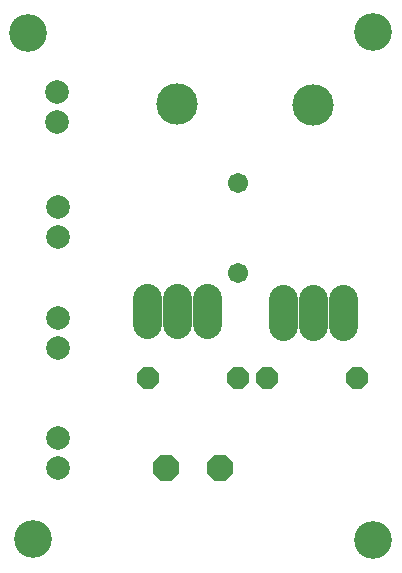
<source format=gbr>
G04 EAGLE Gerber RS-274X export*
G75*
%MOMM*%
%FSLAX34Y34*%
%LPD*%
%INSoldermask Top*%
%IPPOS*%
%AMOC8*
5,1,8,0,0,1.08239X$1,22.5*%
G01*
%ADD10C,3.203200*%
%ADD11C,2.438400*%
%ADD12C,3.505200*%
%ADD13P,1.979475X8X22.500000*%
%ADD14C,2.003200*%
%ADD15P,2.419358X8X202.500000*%
%ADD16P,1.979475X8X202.500000*%
%ADD17C,1.703200*%


D10*
X-275590Y-377190D03*
X12700Y-378460D03*
X-279400Y50800D03*
X12700Y52070D03*
D11*
X-179070Y-172974D02*
X-179070Y-195326D01*
X-153670Y-195326D02*
X-153670Y-172974D01*
X-128270Y-172974D02*
X-128270Y-195326D01*
D12*
X-153670Y-8890D03*
D13*
X-177800Y-241300D03*
X-101600Y-241300D03*
D14*
X-254000Y-292100D03*
X-254000Y-317500D03*
X-255270Y1270D03*
X-255270Y-24130D03*
D15*
X-116840Y-317500D03*
X-162560Y-317500D03*
D14*
X-254000Y-215900D03*
X-254000Y-190500D03*
X-254000Y-96520D03*
X-254000Y-121920D03*
D16*
X-1270Y-241300D03*
X-77470Y-241300D03*
D11*
X-63500Y-196596D02*
X-63500Y-174244D01*
X-38100Y-174244D02*
X-38100Y-196596D01*
X-12700Y-196596D02*
X-12700Y-174244D01*
D12*
X-38100Y-10160D03*
D17*
X-101600Y-152400D03*
X-101600Y-76200D03*
M02*

</source>
